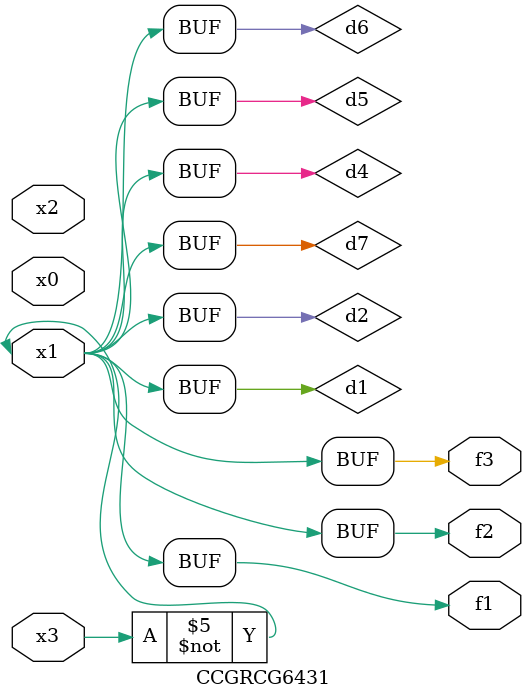
<source format=v>
module CCGRCG6431(
	input x0, x1, x2, x3,
	output f1, f2, f3
);

	wire d1, d2, d3, d4, d5, d6, d7;

	not (d1, x3);
	buf (d2, x1);
	xnor (d3, d1, d2);
	nor (d4, d1);
	buf (d5, d1, d2);
	buf (d6, d4, d5);
	nand (d7, d4);
	assign f1 = d6;
	assign f2 = d7;
	assign f3 = d6;
endmodule

</source>
